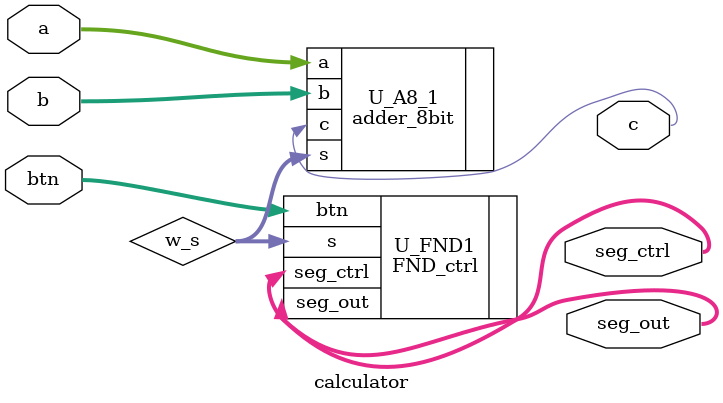
<source format=v>
`timescale 1ns / 1ps


module calculator(
    input [1:0] btn,
    input [7:0] a,b,
    output [3:0] seg_ctrl,
    output [7:0] seg_out,
    output c
    );

    wire [7:0]w_s;

    adder_8bit U_A8_1(
        .a(a),
        .b(b),
        .s(w_s),
        .c(c)
    );

    FND_ctrl U_FND1(
        .btn(btn),
        .s(w_s),
        .seg_ctrl(seg_ctrl),
        .seg_out(seg_out)
    );

endmodule

</source>
